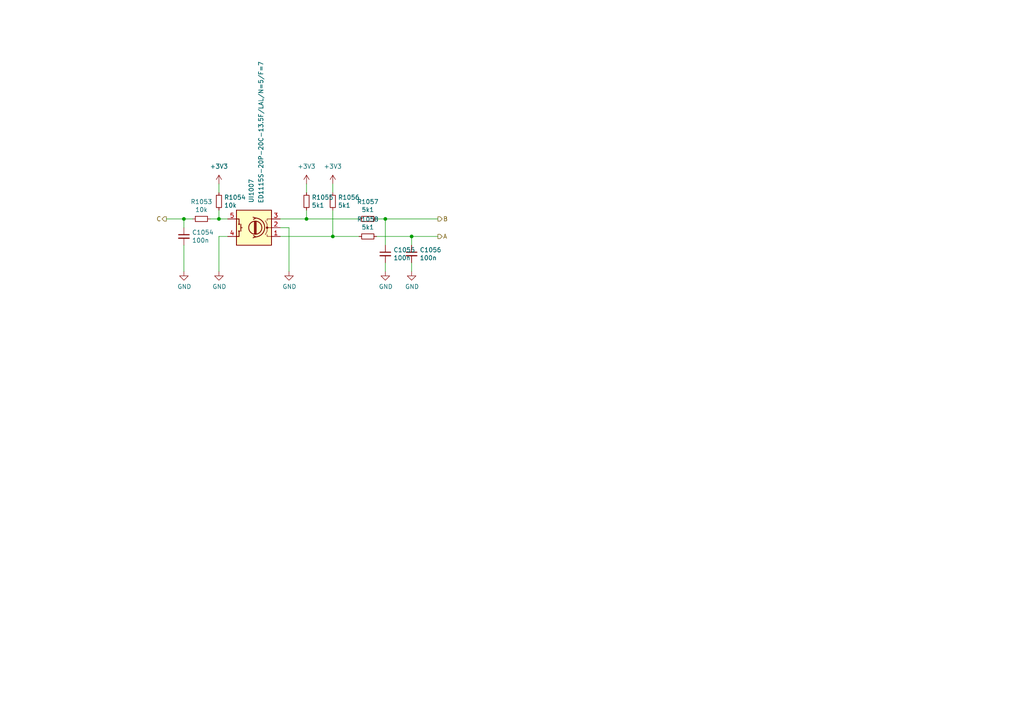
<source format=kicad_sch>
(kicad_sch (version 20250114) (generator "eeschema") (generator_version "9.0")
  (paper "A4")
  (lib_symbols
    (symbol "power:+3V3" (power) (pin_names (offset 0))
      (property "Value" "+3V3" (at 0 3.556 0))
      (symbol "+3V3_0_1"
        (polyline (pts (xy -0.762 1.27) (xy 0 2.54)))
        (polyline (pts (xy 0 2.54) (xy 0.762 1.27)))
        (polyline (pts (xy 0 0) (xy 0 2.54)))
      )
      (symbol "+3V3_1_1"
        (pin power_in line (at 0 0 90) (length 0) (hide yes) (name "+3V3") (number "1"))
      )
    )
    (symbol "power:GND" (power) (pin_names (offset 0))
      (property "Value" "GND" (at 0 -3.81 0))
      (symbol "GND_0_1"
        (polyline (pts (xy 0 0) (xy 0 -1.27) (xy 1.27 -1.27) (xy 0 -2.54) (xy -1.27 -1.27) (xy 0 -1.27)))
      )
      (symbol "GND_1_1"
        (pin power_in line (at 0 0 270) (length 0) (hide yes) (name "GND") (number "1"))
      )
    )
    (symbol "suku_basics:CAP" (pin_numbers (hide yes)) (pin_names (offset 0.254) (hide yes))
      (property "Reference" "C" (at 0.254 1.778 0))
      (property "Value" "CAP" (at 0.254 -2.032 0))
      (symbol "CAP_0_1"
        (polyline (pts (xy -1.524 0.508) (xy 1.524 0.508)) (stroke (width 0.3048)))
        (polyline (pts (xy -1.524 -0.508) (xy 1.524 -0.508)) (stroke (width 0.3302)))
      )
      (symbol "CAP_1_1"
        (pin passive line (at 0 2.54 270) (length 2.032) (name "~") (number "1"))
        (pin passive line (at 0 -2.54 90) (length 2.032) (name "~") (number "2"))
      )
    )
    (symbol "suku_basics:RES" (pin_numbers (hide yes)) (pin_names (offset 0.254) (hide yes))
      (property "Reference" "R" (at 0.762 0.508 0))
      (property "Value" "RES" (at 0.762 -1.016 0))
      (symbol "RES_1_1"
        (rectangle (start -0.762 1.778) (end 0.762 -1.778) (stroke (width 0.2032)))
        (pin passive line (at 0 2.54 270) (length 0.762) (name "~") (number "1"))
        (pin passive line (at 0 -2.54 90) (length 0.762) (name "~") (number "2"))
      )
    )
    (symbol "suku_basics:UI_Rotary_Encoder_Switch" (pin_names (offset 0.254) (hide yes))
      (property "Reference" "UI" (at 0 6.604 0))
      (property "Value" "UI_Rotary_Encoder_Switch" (at 0 -6.604 0))
      (symbol "UI_Rotary_Encoder_Switch_0_1"
        (rectangle (start -5.08 5.08) (end 5.08 -5.08) (stroke (width 0.254)) (fill (type background)))
        (polyline (pts (xy -5.08 2.54) (xy -3.81 2.54) (xy -3.81 2.032)))
        (polyline (pts (xy -5.08 0) (xy -3.81 0) (xy -3.81 -1.016) (xy -3.302 -2.032)))
        (polyline (pts (xy -5.08 -2.54) (xy -3.81 -2.54) (xy -3.81 -2.032)))
        (polyline (pts (xy -4.318 0) (xy -3.81 0) (xy -3.81 1.016) (xy -3.302 2.032)))
        (circle (center -3.81 0) (radius 0.254) (fill (type outline)))
        (polyline (pts (xy -0.635 -1.778) (xy -0.635 1.778)) (stroke (width 0.254)))
        (circle (center -0.381 0) (radius 1.905) (stroke (width 0.254)))
        (polyline (pts (xy -0.381 -1.778) (xy -0.381 1.778)) (stroke (width 0.254)))
        (arc (start -0.381 -2.794) (mid -3.0988 -0.0635) (end -0.381 2.667) (stroke (width 0.254)))
        (polyline (pts (xy -0.127 1.778) (xy -0.127 -1.778)) (stroke (width 0.254)))
        (polyline (pts (xy 0.254 2.921) (xy -0.508 2.667) (xy 0.127 2.286)) (stroke (width 0.254)))
        (polyline (pts (xy 0.254 -3.048) (xy -0.508 -2.794) (xy 0.127 -2.413)) (stroke (width 0.254)))
        (polyline (pts (xy 3.81 1.016) (xy 3.81 -1.016)) (stroke (width 0.254)))
        (polyline (pts (xy 3.81 0) (xy 3.429 0)) (stroke (width 0.254)))
        (circle (center 4.318 1.016) (radius 0.127) (stroke (width 0.254)))
        (circle (center 4.318 -1.016) (radius 0.127) (stroke (width 0.254)))
        (polyline (pts (xy 5.08 2.54) (xy 4.318 2.54) (xy 4.318 1.016)) (stroke (width 0.254)))
        (polyline (pts (xy 5.08 -2.54) (xy 4.318 -2.54) (xy 4.318 -1.016)) (stroke (width 0.254)))
      )
      (symbol "UI_Rotary_Encoder_Switch_1_1"
        (pin passive line (at -7.62 2.54 0) (length 2.54) (name "1") (number "1"))
        (pin passive line (at -7.62 0 0) (length 2.54) (name "2") (number "2"))
        (pin passive line (at -7.62 -2.54 0) (length 2.54) (name "3") (number "3"))
        (pin no_connect line (at 0 7.62 270) (length 2.54) (hide yes) (name "7") (number "7"))
        (pin no_connect line (at 0 -7.62 90) (length 2.54) (hide yes) (name "6") (number "6"))
        (pin passive line (at 7.62 2.54 180) (length 2.54) (name "4") (number "4"))
        (pin passive line (at 7.62 -2.54 180) (length 2.54) (name "5") (number "5"))
      )
    )
  )
  (junction (at 63.5 63.5))
  (junction (at 96.52 68.58))
  (junction (at 53.34 63.5))
  (junction (at 88.9 63.5))
  (junction (at 119.38 68.58))
  (junction (at 111.76 63.5))
  (wire (pts (xy 96.52 53.34) (xy 96.52 55.88)))
  (wire (pts (xy 63.5 68.58) (xy 66.04 68.58)))
  (wire (pts (xy 111.76 63.5) (xy 109.22 63.5)))
  (wire (pts (xy 63.5 78.74) (xy 63.5 68.58)))
  (wire (pts (xy 119.38 68.58) (xy 127 68.58)))
  (wire (pts (xy 111.76 78.74) (xy 111.76 76.2)))
  (wire (pts (xy 81.28 68.58) (xy 96.52 68.58)))
  (wire (pts (xy 53.34 63.5) (xy 55.88 63.5)))
  (wire (pts (xy 119.38 71.12) (xy 119.38 68.58)))
  (wire (pts (xy 111.76 71.12) (xy 111.76 63.5)))
  (wire (pts (xy 83.82 66.04) (xy 81.28 66.04)))
  (wire (pts (xy 53.34 78.74) (xy 53.34 71.12)))
  (wire (pts (xy 119.38 68.58) (xy 109.22 68.58)))
  (wire (pts (xy 88.9 60.96) (xy 88.9 63.5)))
  (wire (pts (xy 96.52 60.96) (xy 96.52 68.58)))
  (wire (pts (xy 88.9 63.5) (xy 104.14 63.5)))
  (wire (pts (xy 88.9 53.34) (xy 88.9 55.88)))
  (wire (pts (xy 81.28 63.5) (xy 88.9 63.5)))
  (wire (pts (xy 63.5 63.5) (xy 66.04 63.5)))
  (wire (pts (xy 111.76 63.5) (xy 127 63.5)))
  (wire (pts (xy 83.82 78.74) (xy 83.82 66.04)))
  (wire (pts (xy 96.52 68.58) (xy 104.14 68.58)))
  (wire (pts (xy 119.38 78.74) (xy 119.38 76.2)))
  (wire (pts (xy 60.96 63.5) (xy 63.5 63.5)))
  (wire (pts (xy 53.34 66.04) (xy 53.34 63.5)))
  (wire (pts (xy 48.26 63.5) (xy 53.34 63.5)))
  (wire (pts (xy 63.5 53.34) (xy 63.5 55.88)))
  (wire (pts (xy 63.5 60.96) (xy 63.5 63.5)))
  (hierarchical_label "A" (shape output) (at 127 68.58 0))
  (hierarchical_label "C" (shape output) (at 48.26 63.5 180))
  (hierarchical_label "B" (shape output) (at 127 63.5 0))
  (symbol (lib_id "power:GND") (at 83.82 78.74 0) (unit 1)
    (property "Reference" "#PWR0758" (effects (hide yes)))
    (property "Value" "GND" (at 83.947 83.1342 0))
    (instances (project "PCBA-OCTV" (path "" (reference "#PWR0869") (unit 1)) (path "" (reference "#PWR0774") (unit 1)) (path "" (reference "#PWR0782") (unit 1)) (path "" (reference "#PWR0758") (unit 1)) (path "" (reference "#PWR0766") (unit 1)) (path "" (reference "#PWR0853") (unit 1)) (path "" (reference "#PWR0877") (unit 1)) (path "" (reference "#PWR0861") (unit 1))))
  )
  (symbol (lib_id "suku_basics:RES") (at 106.68 63.5 270) (unit 1)
    (property "Reference" "R1021" (at 106.68 58.5216 90))
    (property "Value" "5k1" (at 106.68 60.833 90))
    (property "Footprint" "suku_basics:RES_0402" (effects (hide yes)))
    (instances (project "PCBA-OCTV" (path "" (reference "R1057") (unit 1)) (path "" (reference "R1033") (unit 1)) (path "" (reference "R1039") (unit 1)) (path "" (reference "R1021") (unit 1)) (path "" (reference "R1027") (unit 1)) (path "" (reference "R1045") (unit 1)) (path "" (reference "R1063") (unit 1)) (path "" (reference "R1051") (unit 1))))
  )
  (symbol (lib_id "suku_basics:RES") (at 88.9 58.42 0) (unit 1)
    (property "Reference" "R1019" (at 90.3986 57.2516 0) (effects (justify left)))
    (property "Value" "5k1" (at 90.3986 59.563 0) (effects (justify left)))
    (property "Footprint" "suku_basics:RES_0402" (effects (hide yes)))
    (instances (project "PCBA-OCTV" (path "" (reference "R1055") (unit 1)) (path "" (reference "R1031") (unit 1)) (path "" (reference "R1037") (unit 1)) (path "" (reference "R1019") (unit 1)) (path "" (reference "R1025") (unit 1)) (path "" (reference "R1043") (unit 1)) (path "" (reference "R1061") (unit 1)) (path "" (reference "R1049") (unit 1))))
  )
  (symbol (lib_id "suku_basics:UI_Rotary_Encoder_Switch") (at 73.66 66.04 180) (unit 1)
    (property "Reference" "UI1001" (at 72.898 55.372 90))
    (property "Value" "ED1115S-20P-20C-13.5F/LAL/N=5/F=7" (at 75.692 38.354 90))
    (property "Footprint" "suku_basics:UI_ENCODER_SONGHUEI" (effects (hide yes)))
    (instances (project "PCBA-OCTV" (path "" (reference "UI1007") (unit 1)) (path "" (reference "UI1003") (unit 1)) (path "" (reference "UI1004") (unit 1)) (path "" (reference "UI1001") (unit 1)) (path "" (reference "UI1002") (unit 1)) (path "" (reference "UI1005") (unit 1)) (path "" (reference "UI1008") (unit 1)) (path "" (reference "UI1006") (unit 1))))
  )
  (symbol (lib_id "suku_basics:CAP") (at 111.76 73.66 0) (unit 1)
    (property "Reference" "C1032" (at 114.0968 72.4916 0) (effects (justify left)))
    (property "Value" "100n" (at 114.0968 74.803 0) (effects (justify left)))
    (property "Footprint" "suku_basics:CAP_0402" (effects (hide yes)))
    (instances (project "PCBA-OCTV" (path "" (reference "C1055") (unit 1)) (path "" (reference "C1043") (unit 1)) (path "" (reference "C1046") (unit 1)) (path "" (reference "C1032") (unit 1)) (path "" (reference "C1036") (unit 1)) (path "" (reference "C1049") (unit 1)) (path "" (reference "C1058") (unit 1)) (path "" (reference "C1052") (unit 1))))
  )
  (symbol (lib_id "power:GND") (at 111.76 78.74 0) (unit 1)
    (property "Reference" "#PWR0761" (effects (hide yes)))
    (property "Value" "GND" (at 111.887 83.1342 0))
    (instances (project "PCBA-OCTV" (path "" (reference "#PWR0872") (unit 1)) (path "" (reference "#PWR0777") (unit 1)) (path "" (reference "#PWR0785") (unit 1)) (path "" (reference "#PWR0761") (unit 1)) (path "" (reference "#PWR0769") (unit 1)) (path "" (reference "#PWR0856") (unit 1)) (path "" (reference "#PWR0880") (unit 1)) (path "" (reference "#PWR0864") (unit 1))))
  )
  (symbol (lib_id "suku_basics:RES") (at 96.52 58.42 0) (unit 1)
    (property "Reference" "R1020" (at 98.0186 57.2516 0) (effects (justify left)))
    (property "Value" "5k1" (at 98.0186 59.563 0) (effects (justify left)))
    (property "Footprint" "suku_basics:RES_0402" (effects (hide yes)))
    (instances (project "PCBA-OCTV" (path "" (reference "R1056") (unit 1)) (path "" (reference "R1032") (unit 1)) (path "" (reference "R1038") (unit 1)) (path "" (reference "R1020") (unit 1)) (path "" (reference "R1026") (unit 1)) (path "" (reference "R1044") (unit 1)) (path "" (reference "R1062") (unit 1)) (path "" (reference "R1050") (unit 1))))
  )
  (symbol (lib_id "suku_basics:CAP") (at 119.38 73.66 0) (unit 1)
    (property "Reference" "C1034" (at 121.7168 72.4916 0) (effects (justify left)))
    (property "Value" "100n" (at 121.7168 74.803 0) (effects (justify left)))
    (property "Footprint" "suku_basics:CAP_0402" (effects (hide yes)))
    (instances (project "PCBA-OCTV" (path "" (reference "C1056") (unit 1)) (path "" (reference "C1044") (unit 1)) (path "" (reference "C1047") (unit 1)) (path "" (reference "C1034") (unit 1)) (path "" (reference "C1037") (unit 1)) (path "" (reference "C1050") (unit 1)) (path "" (reference "C1059") (unit 1)) (path "" (reference "C1053") (unit 1))))
  )
  (symbol (lib_id "power:GND") (at 119.38 78.74 0) (unit 1)
    (property "Reference" "#PWR0762" (effects (hide yes)))
    (property "Value" "GND" (at 119.507 83.1342 0))
    (instances (project "PCBA-OCTV" (path "" (reference "#PWR0873") (unit 1)) (path "" (reference "#PWR0778") (unit 1)) (path "" (reference "#PWR0786") (unit 1)) (path "" (reference "#PWR0762") (unit 1)) (path "" (reference "#PWR0770") (unit 1)) (path "" (reference "#PWR0857") (unit 1)) (path "" (reference "#PWR0883") (unit 1)) (path "" (reference "#PWR0865") (unit 1))))
  )
  (symbol (lib_id "suku_basics:RES") (at 106.68 68.58 270) (unit 1)
    (property "Reference" "R1022" (at 106.68 63.6016 90))
    (property "Value" "5k1" (at 106.68 65.913 90))
    (property "Footprint" "suku_basics:RES_0402" (effects (hide yes)))
    (instances (project "PCBA-OCTV" (path "" (reference "R1058") (unit 1)) (path "" (reference "R1034") (unit 1)) (path "" (reference "R1040") (unit 1)) (path "" (reference "R1022") (unit 1)) (path "" (reference "R1028") (unit 1)) (path "" (reference "R1046") (unit 1)) (path "" (reference "R1064") (unit 1)) (path "" (reference "R1052") (unit 1))))
  )
  (symbol (lib_id "power:GND") (at 63.5 78.74 0) (unit 1)
    (property "Reference" "#PWR0757" (effects (hide yes)))
    (property "Value" "GND" (at 63.627 83.1342 0))
    (instances (project "PCBA-OCTV" (path "" (reference "#PWR0868") (unit 1)) (path "" (reference "#PWR0773") (unit 1)) (path "" (reference "#PWR0781") (unit 1)) (path "" (reference "#PWR0757") (unit 1)) (path "" (reference "#PWR0765") (unit 1)) (path "" (reference "#PWR0852") (unit 1)) (path "" (reference "#PWR0876") (unit 1)) (path "" (reference "#PWR0860") (unit 1))))
  )
  (symbol (lib_id "suku_basics:RES") (at 63.5 58.42 0) (unit 1)
    (property "Reference" "R1018" (at 64.9986 57.2516 0) (effects (justify left)))
    (property "Value" "10k" (at 64.9986 59.563 0) (effects (justify left)))
    (property "Footprint" "suku_basics:RES_0402" (effects (hide yes)))
    (instances (project "PCBA-OCTV" (path "" (reference "R1054") (unit 1)) (path "" (reference "R1030") (unit 1)) (path "" (reference "R1036") (unit 1)) (path "" (reference "R1018") (unit 1)) (path "" (reference "R1024") (unit 1)) (path "" (reference "R1042") (unit 1)) (path "" (reference "R1060") (unit 1)) (path "" (reference "R1048") (unit 1))))
  )
  (symbol (lib_id "suku_basics:RES") (at 58.42 63.5 270) (unit 1)
    (property "Reference" "R1017" (at 58.42 58.5216 90))
    (property "Value" "10k" (at 58.42 60.833 90))
    (property "Footprint" "suku_basics:RES_0402" (effects (hide yes)))
    (instances (project "PCBA-OCTV" (path "" (reference "R1053") (unit 1)) (path "" (reference "R1029") (unit 1)) (path "" (reference "R1035") (unit 1)) (path "" (reference "R1017") (unit 1)) (path "" (reference "R1023") (unit 1)) (path "" (reference "R1041") (unit 1)) (path "" (reference "R1059") (unit 1)) (path "" (reference "R1047") (unit 1))))
  )
  (symbol (lib_id "suku_basics:CAP") (at 53.34 68.58 0) (unit 1)
    (property "Reference" "C1111" (at 55.6768 67.4116 0) (effects (justify left)))
    (property "Value" "100n" (at 55.6768 69.723 0) (effects (justify left)))
    (property "Footprint" "suku_basics:CAP_0402" (effects (hide yes)))
    (instances (project "PCBA-OCTV" (path "" (reference "C1054") (unit 1)) (path "" (reference "C1042") (unit 1)) (path "" (reference "C1045") (unit 1)) (path "" (reference "C1111") (unit 1)) (path "" (reference "C1035") (unit 1)) (path "" (reference "C1048") (unit 1)) (path "" (reference "C1057") (unit 1)) (path "" (reference "C1051") (unit 1))))
  )
  (symbol (lib_id "power:GND") (at 53.34 78.74 0) (unit 1)
    (property "Reference" "#PWR0755" (effects (hide yes)))
    (property "Value" "GND" (at 53.467 83.1342 0))
    (instances (project "PCBA-OCTV" (path "" (reference "#PWR0866") (unit 1)) (path "" (reference "#PWR0771") (unit 1)) (path "" (reference "#PWR0779") (unit 1)) (path "" (reference "#PWR0755") (unit 1)) (path "" (reference "#PWR0763") (unit 1)) (path "" (reference "#PWR0850") (unit 1)) (path "" (reference "#PWR0874") (unit 1)) (path "" (reference "#PWR0858") (unit 1))))
  )
  (symbol (lib_id "power:+3V3") (at 96.52 53.34 0) (unit 1)
    (property "Reference" "#PWR0760" (effects (hide yes)))
    (property "Value" "+3V3" (at 96.52 48.26 0))
    (instances (project "PCBA-OCTV" (path "" (reference "#PWR0871") (unit 1)) (path "" (reference "#PWR0776") (unit 1)) (path "" (reference "#PWR0784") (unit 1)) (path "" (reference "#PWR0760") (unit 1)) (path "" (reference "#PWR0768") (unit 1)) (path "" (reference "#PWR0855") (unit 1)) (path "" (reference "#PWR0879") (unit 1)) (path "" (reference "#PWR0863") (unit 1))))
  )
  (symbol (lib_id "power:+3V3") (at 63.5 53.34 0) (unit 1)
    (property "Reference" "#PWR0756" (effects (hide yes)))
    (property "Value" "+3V3" (at 63.5 48.26 0))
    (instances (project "PCBA-OCTV" (path "" (reference "#PWR0867") (unit 1)) (path "" (reference "#PWR0772") (unit 1)) (path "" (reference "#PWR0780") (unit 1)) (path "" (reference "#PWR0756") (unit 1)) (path "" (reference "#PWR0764") (unit 1)) (path "" (reference "#PWR0851") (unit 1)) (path "" (reference "#PWR0875") (unit 1)) (path "" (reference "#PWR0859") (unit 1))))
  )
  (symbol (lib_id "power:+3V3") (at 88.9 53.34 0) (unit 1)
    (property "Reference" "#PWR0759" (effects (hide yes)))
    (property "Value" "+3V3" (at 88.9 48.26 0))
    (instances (project "PCBA-OCTV" (path "" (reference "#PWR0870") (unit 1)) (path "" (reference "#PWR0775") (unit 1)) (path "" (reference "#PWR0783") (unit 1)) (path "" (reference "#PWR0759") (unit 1)) (path "" (reference "#PWR0767") (unit 1)) (path "" (reference "#PWR0854") (unit 1)) (path "" (reference "#PWR0878") (unit 1)) (path "" (reference "#PWR0862") (unit 1))))
  )
)
</source>
